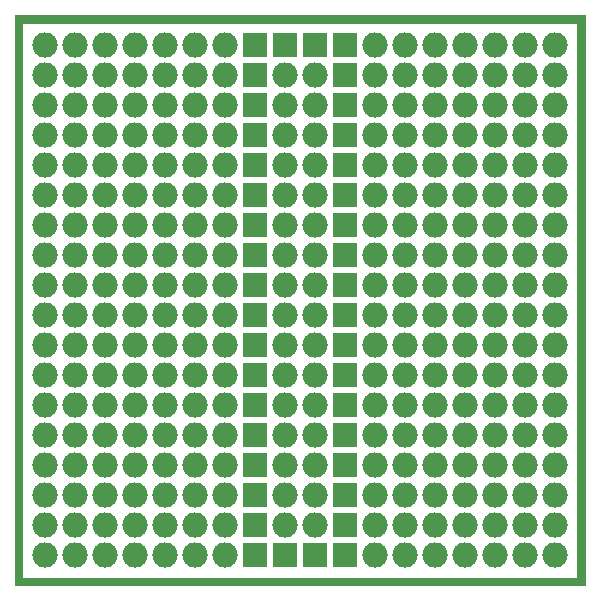
<source format=gbs>
G04 #@! TF.GenerationSoftware,KiCad,Pcbnew,5.1.5-5.1.5*
G04 #@! TF.CreationDate,2020-06-30T19:25:59-04:00*
G04 #@! TF.ProjectId,PIN-100,50494e2d-3130-4302-9e6b-696361645f70,1*
G04 #@! TF.SameCoordinates,Original*
G04 #@! TF.FileFunction,Soldermask,Bot*
G04 #@! TF.FilePolarity,Negative*
%FSLAX46Y46*%
G04 Gerber Fmt 4.6, Leading zero omitted, Abs format (unit mm)*
G04 Created by KiCad (PCBNEW 5.1.5-5.1.5) date 2020-06-30 19:25:59*
%MOMM*%
%LPD*%
G04 APERTURE LIST*
%ADD10C,0.100000*%
%ADD11O,2.133600X2.133600*%
%ADD12R,2.133600X2.133600*%
G04 APERTURE END LIST*
D10*
G36*
X173990000Y-110490000D02*
G01*
X125730000Y-110490000D01*
X125730000Y-62865000D01*
X126365000Y-62865000D01*
X126365000Y-109855000D01*
X173355000Y-109855000D01*
X173355000Y-62865000D01*
X126365000Y-62865000D01*
X125730000Y-62865000D01*
X125730000Y-62230000D01*
X173990000Y-62230000D01*
X173990000Y-110490000D01*
G37*
X173990000Y-110490000D02*
X125730000Y-110490000D01*
X125730000Y-62865000D01*
X126365000Y-62865000D01*
X126365000Y-109855000D01*
X173355000Y-109855000D01*
X173355000Y-62865000D01*
X126365000Y-62865000D01*
X125730000Y-62865000D01*
X125730000Y-62230000D01*
X173990000Y-62230000D01*
X173990000Y-110490000D01*
D11*
X171450000Y-64770000D03*
X168910000Y-64770000D03*
X166370000Y-64770000D03*
X163830000Y-64770000D03*
X161290000Y-64770000D03*
X158750000Y-64770000D03*
X156210000Y-64770000D03*
D12*
X153670000Y-64770000D03*
D11*
X171450000Y-67310000D03*
X168910000Y-67310000D03*
X166370000Y-67310000D03*
X163830000Y-67310000D03*
X161290000Y-67310000D03*
X158750000Y-67310000D03*
X156210000Y-67310000D03*
D12*
X153670000Y-67310000D03*
D11*
X171450000Y-69850000D03*
X168910000Y-69850000D03*
X166370000Y-69850000D03*
X163830000Y-69850000D03*
X161290000Y-69850000D03*
X158750000Y-69850000D03*
X156210000Y-69850000D03*
D12*
X153670000Y-69850000D03*
D11*
X171450000Y-72390000D03*
X168910000Y-72390000D03*
X166370000Y-72390000D03*
X163830000Y-72390000D03*
X161290000Y-72390000D03*
X158750000Y-72390000D03*
X156210000Y-72390000D03*
D12*
X153670000Y-72390000D03*
D11*
X171450000Y-74930000D03*
X168910000Y-74930000D03*
X166370000Y-74930000D03*
X163830000Y-74930000D03*
X161290000Y-74930000D03*
X158750000Y-74930000D03*
X156210000Y-74930000D03*
D12*
X153670000Y-74930000D03*
D11*
X171450000Y-77470000D03*
X168910000Y-77470000D03*
X166370000Y-77470000D03*
X163830000Y-77470000D03*
X161290000Y-77470000D03*
X158750000Y-77470000D03*
X156210000Y-77470000D03*
D12*
X153670000Y-77470000D03*
D11*
X171450000Y-80010000D03*
X168910000Y-80010000D03*
X166370000Y-80010000D03*
X163830000Y-80010000D03*
X161290000Y-80010000D03*
X158750000Y-80010000D03*
X156210000Y-80010000D03*
D12*
X153670000Y-80010000D03*
D11*
X171450000Y-82550000D03*
X168910000Y-82550000D03*
X166370000Y-82550000D03*
X163830000Y-82550000D03*
X161290000Y-82550000D03*
X158750000Y-82550000D03*
X156210000Y-82550000D03*
D12*
X153670000Y-82550000D03*
D11*
X171450000Y-85090000D03*
X168910000Y-85090000D03*
X166370000Y-85090000D03*
X163830000Y-85090000D03*
X161290000Y-85090000D03*
X158750000Y-85090000D03*
X156210000Y-85090000D03*
D12*
X153670000Y-85090000D03*
D11*
X171450000Y-87630000D03*
X168910000Y-87630000D03*
X166370000Y-87630000D03*
X163830000Y-87630000D03*
X161290000Y-87630000D03*
X158750000Y-87630000D03*
X156210000Y-87630000D03*
D12*
X153670000Y-87630000D03*
D11*
X171450000Y-90170000D03*
X168910000Y-90170000D03*
X166370000Y-90170000D03*
X163830000Y-90170000D03*
X161290000Y-90170000D03*
X158750000Y-90170000D03*
X156210000Y-90170000D03*
D12*
X153670000Y-90170000D03*
D11*
X171450000Y-92710000D03*
X168910000Y-92710000D03*
X166370000Y-92710000D03*
X163830000Y-92710000D03*
X161290000Y-92710000D03*
X158750000Y-92710000D03*
X156210000Y-92710000D03*
D12*
X153670000Y-92710000D03*
D11*
X171450000Y-95250000D03*
X168910000Y-95250000D03*
X166370000Y-95250000D03*
X163830000Y-95250000D03*
X161290000Y-95250000D03*
X158750000Y-95250000D03*
X156210000Y-95250000D03*
D12*
X153670000Y-95250000D03*
D11*
X171450000Y-97790000D03*
X168910000Y-97790000D03*
X166370000Y-97790000D03*
X163830000Y-97790000D03*
X161290000Y-97790000D03*
X158750000Y-97790000D03*
X156210000Y-97790000D03*
D12*
X153670000Y-97790000D03*
D11*
X171450000Y-100330000D03*
X168910000Y-100330000D03*
X166370000Y-100330000D03*
X163830000Y-100330000D03*
X161290000Y-100330000D03*
X158750000Y-100330000D03*
X156210000Y-100330000D03*
D12*
X153670000Y-100330000D03*
D11*
X171450000Y-102870000D03*
X168910000Y-102870000D03*
X166370000Y-102870000D03*
X163830000Y-102870000D03*
X161290000Y-102870000D03*
X158750000Y-102870000D03*
X156210000Y-102870000D03*
D12*
X153670000Y-102870000D03*
D11*
X171450000Y-105410000D03*
X168910000Y-105410000D03*
X166370000Y-105410000D03*
X163830000Y-105410000D03*
X161290000Y-105410000D03*
X158750000Y-105410000D03*
X156210000Y-105410000D03*
D12*
X153670000Y-105410000D03*
D11*
X171450000Y-107950000D03*
X168910000Y-107950000D03*
X166370000Y-107950000D03*
X163830000Y-107950000D03*
X161290000Y-107950000D03*
X158750000Y-107950000D03*
X156210000Y-107950000D03*
D12*
X153670000Y-107950000D03*
D11*
X128270000Y-107950000D03*
X130810000Y-107950000D03*
X133350000Y-107950000D03*
X135890000Y-107950000D03*
X138430000Y-107950000D03*
X140970000Y-107950000D03*
X143510000Y-107950000D03*
D12*
X146050000Y-107950000D03*
D11*
X128270000Y-105410000D03*
X130810000Y-105410000D03*
X133350000Y-105410000D03*
X135890000Y-105410000D03*
X138430000Y-105410000D03*
X140970000Y-105410000D03*
X143510000Y-105410000D03*
D12*
X146050000Y-105410000D03*
D11*
X128270000Y-102870000D03*
X130810000Y-102870000D03*
X133350000Y-102870000D03*
X135890000Y-102870000D03*
X138430000Y-102870000D03*
X140970000Y-102870000D03*
X143510000Y-102870000D03*
D12*
X146050000Y-102870000D03*
D11*
X128270000Y-100330000D03*
X130810000Y-100330000D03*
X133350000Y-100330000D03*
X135890000Y-100330000D03*
X138430000Y-100330000D03*
X140970000Y-100330000D03*
X143510000Y-100330000D03*
D12*
X146050000Y-100330000D03*
D11*
X128270000Y-97790000D03*
X130810000Y-97790000D03*
X133350000Y-97790000D03*
X135890000Y-97790000D03*
X138430000Y-97790000D03*
X140970000Y-97790000D03*
X143510000Y-97790000D03*
D12*
X146050000Y-97790000D03*
D11*
X128270000Y-95250000D03*
X130810000Y-95250000D03*
X133350000Y-95250000D03*
X135890000Y-95250000D03*
X138430000Y-95250000D03*
X140970000Y-95250000D03*
X143510000Y-95250000D03*
D12*
X146050000Y-95250000D03*
D11*
X128270000Y-92710000D03*
X130810000Y-92710000D03*
X133350000Y-92710000D03*
X135890000Y-92710000D03*
X138430000Y-92710000D03*
X140970000Y-92710000D03*
X143510000Y-92710000D03*
D12*
X146050000Y-92710000D03*
D11*
X128270000Y-90170000D03*
X130810000Y-90170000D03*
X133350000Y-90170000D03*
X135890000Y-90170000D03*
X138430000Y-90170000D03*
X140970000Y-90170000D03*
X143510000Y-90170000D03*
D12*
X146050000Y-90170000D03*
D11*
X128270000Y-87630000D03*
X130810000Y-87630000D03*
X133350000Y-87630000D03*
X135890000Y-87630000D03*
X138430000Y-87630000D03*
X140970000Y-87630000D03*
X143510000Y-87630000D03*
D12*
X146050000Y-87630000D03*
D11*
X128270000Y-85090000D03*
X130810000Y-85090000D03*
X133350000Y-85090000D03*
X135890000Y-85090000D03*
X138430000Y-85090000D03*
X140970000Y-85090000D03*
X143510000Y-85090000D03*
D12*
X146050000Y-85090000D03*
D11*
X128270000Y-82550000D03*
X130810000Y-82550000D03*
X133350000Y-82550000D03*
X135890000Y-82550000D03*
X138430000Y-82550000D03*
X140970000Y-82550000D03*
X143510000Y-82550000D03*
D12*
X146050000Y-82550000D03*
D11*
X128270000Y-80010000D03*
X130810000Y-80010000D03*
X133350000Y-80010000D03*
X135890000Y-80010000D03*
X138430000Y-80010000D03*
X140970000Y-80010000D03*
X143510000Y-80010000D03*
D12*
X146050000Y-80010000D03*
D11*
X128270000Y-77470000D03*
X130810000Y-77470000D03*
X133350000Y-77470000D03*
X135890000Y-77470000D03*
X138430000Y-77470000D03*
X140970000Y-77470000D03*
X143510000Y-77470000D03*
D12*
X146050000Y-77470000D03*
D11*
X128270000Y-74930000D03*
X130810000Y-74930000D03*
X133350000Y-74930000D03*
X135890000Y-74930000D03*
X138430000Y-74930000D03*
X140970000Y-74930000D03*
X143510000Y-74930000D03*
D12*
X146050000Y-74930000D03*
D11*
X128270000Y-72390000D03*
X130810000Y-72390000D03*
X133350000Y-72390000D03*
X135890000Y-72390000D03*
X138430000Y-72390000D03*
X140970000Y-72390000D03*
X143510000Y-72390000D03*
D12*
X146050000Y-72390000D03*
D11*
X128270000Y-69850000D03*
X130810000Y-69850000D03*
X133350000Y-69850000D03*
X135890000Y-69850000D03*
X138430000Y-69850000D03*
X140970000Y-69850000D03*
X143510000Y-69850000D03*
D12*
X146050000Y-69850000D03*
D11*
X128270000Y-67310000D03*
X130810000Y-67310000D03*
X133350000Y-67310000D03*
X135890000Y-67310000D03*
X138430000Y-67310000D03*
X140970000Y-67310000D03*
X143510000Y-67310000D03*
D12*
X146050000Y-67310000D03*
D11*
X128270000Y-64770000D03*
X130810000Y-64770000D03*
X133350000Y-64770000D03*
X135890000Y-64770000D03*
X138430000Y-64770000D03*
X140970000Y-64770000D03*
X143510000Y-64770000D03*
D12*
X146050000Y-64770000D03*
X151130000Y-107950000D03*
D11*
X151130000Y-105410000D03*
X151130000Y-102870000D03*
X151130000Y-100330000D03*
X151130000Y-97790000D03*
X151130000Y-95250000D03*
X151130000Y-92710000D03*
X151130000Y-90170000D03*
X151130000Y-87630000D03*
X151130000Y-85090000D03*
X151130000Y-82550000D03*
X151130000Y-80010000D03*
X151130000Y-77470000D03*
X151130000Y-74930000D03*
X151130000Y-72390000D03*
X151130000Y-69850000D03*
X151130000Y-67310000D03*
D12*
X151130000Y-64770000D03*
X148590000Y-107950000D03*
D11*
X148590000Y-105410000D03*
X148590000Y-102870000D03*
X148590000Y-100330000D03*
X148590000Y-97790000D03*
X148590000Y-95250000D03*
X148590000Y-92710000D03*
X148590000Y-90170000D03*
X148590000Y-87630000D03*
X148590000Y-85090000D03*
X148590000Y-82550000D03*
X148590000Y-80010000D03*
X148590000Y-77470000D03*
X148590000Y-74930000D03*
X148590000Y-72390000D03*
X148590000Y-69850000D03*
X148590000Y-67310000D03*
D12*
X148590000Y-64770000D03*
M02*

</source>
